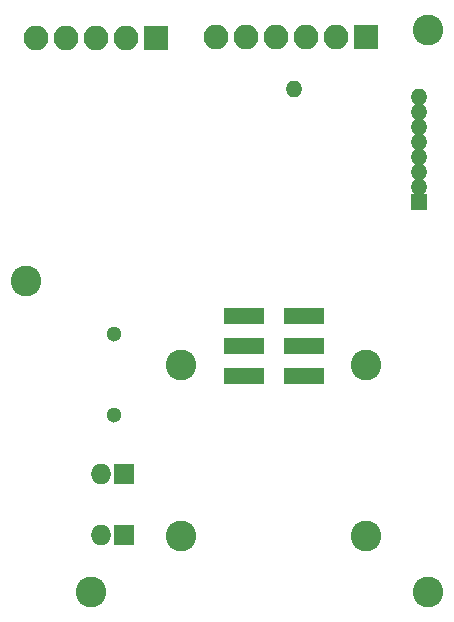
<source format=gbs>
G04 #@! TF.FileFunction,Soldermask,Bot*
%FSLAX46Y46*%
G04 Gerber Fmt 4.6, Leading zero omitted, Abs format (unit mm)*
G04 Created by KiCad (PCBNEW 4.0.4-stable) date Thursday, September 28, 2017 'AMt' 07:08:36 AM*
%MOMM*%
%LPD*%
G01*
G04 APERTURE LIST*
%ADD10C,0.100000*%
%ADD11R,3.400000X1.400000*%
%ADD12R,1.400000X1.400000*%
%ADD13O,1.400000X1.400000*%
%ADD14R,2.100000X2.100000*%
%ADD15O,2.100000X2.100000*%
%ADD16C,2.600000*%
%ADD17C,1.300000*%
%ADD18R,1.750000X1.750000*%
%ADD19O,1.750000X1.750000*%
G04 APERTURE END LIST*
D10*
D11*
X160480000Y-121960000D03*
X165520000Y-121960000D03*
X160480000Y-124500000D03*
X165520000Y-124500000D03*
X160480000Y-127040000D03*
X165520000Y-127040000D03*
D12*
X175300000Y-112290000D03*
D13*
X175300000Y-111020000D03*
X175300000Y-109750000D03*
X175300000Y-108480000D03*
X175300000Y-107210000D03*
X175300000Y-105940000D03*
X175300000Y-104670000D03*
X175300000Y-103400000D03*
X164700000Y-102745000D03*
D14*
X153000000Y-98400000D03*
D15*
X150460000Y-98400000D03*
X147920000Y-98400000D03*
X145380000Y-98400000D03*
X142840000Y-98400000D03*
D14*
X170800000Y-98300000D03*
D15*
X168260000Y-98300000D03*
X165720000Y-98300000D03*
X163180000Y-98300000D03*
X160640000Y-98300000D03*
X158100000Y-98300000D03*
D16*
X170800000Y-140600000D03*
X155100000Y-140600000D03*
X170800000Y-126100000D03*
X155100000Y-126100000D03*
X176000000Y-145300000D03*
X176000000Y-97700000D03*
X147500000Y-145300000D03*
D17*
X149400000Y-123500000D03*
X149400000Y-130300000D03*
D18*
X150300000Y-135300000D03*
D19*
X148300000Y-135300000D03*
D18*
X150300000Y-140462000D03*
D19*
X148300000Y-140462000D03*
D16*
X142000000Y-119000000D03*
M02*

</source>
